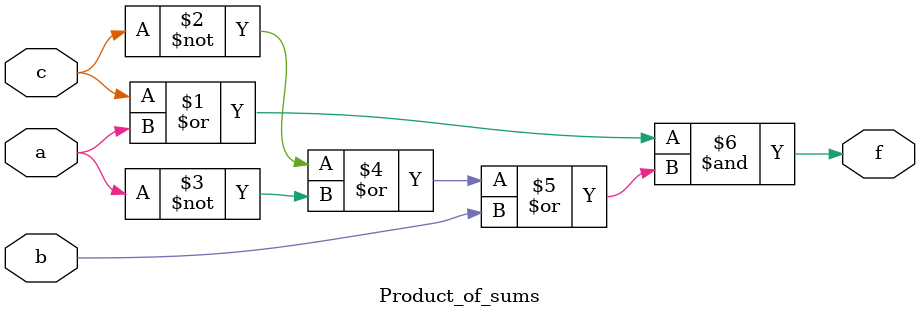
<source format=v>
/*
HW3 Justin Thwaites
Verilog code to implement the product 
of sums in a module using an assign statement
*/
module Product_of_sums(a,b,c,f);
	input a,b,c;
	output f;
	
	assign f = (c | a) & ((~c)|(~a)|b);

	
endmodule// Product_of_sums
	
</source>
